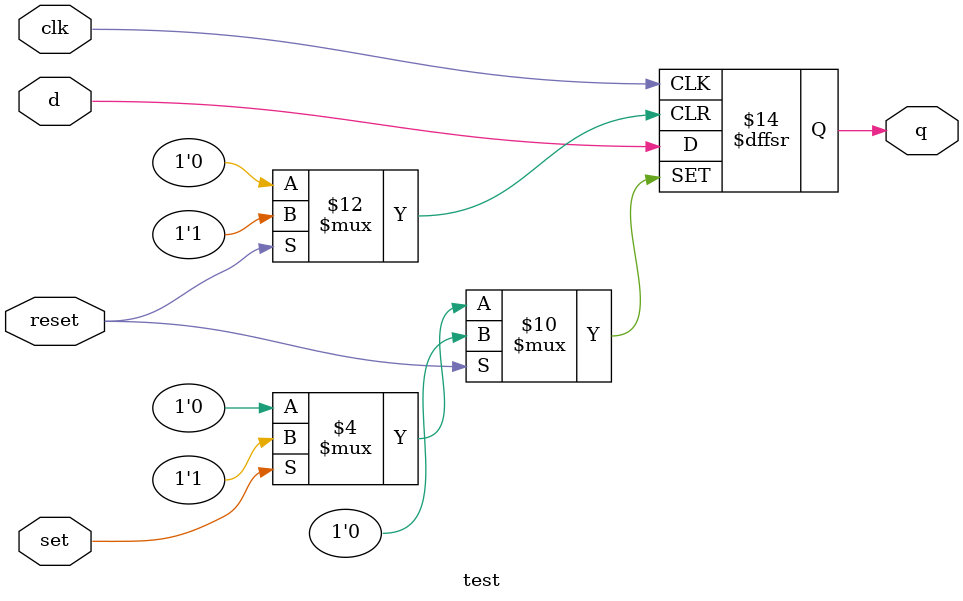
<source format=v>
module test(input d, clk, reset, set, output reg q);
always @(posedge clk or posedge reset or posedge set) 
    if(reset)
	    q <= 0;
	else if(set)
	    q <= 1;
	else	
        q <= d;
endmodule	

</source>
